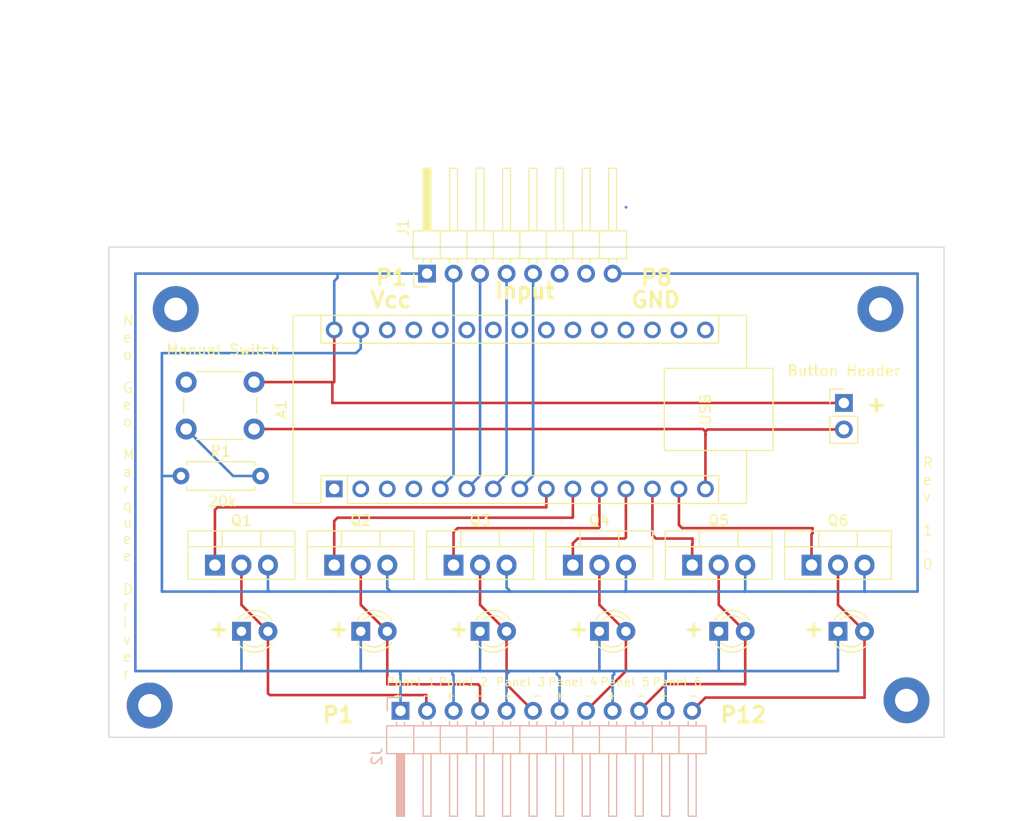
<source format=kicad_pcb>
(kicad_pcb (version 20241229) (generator "pcbnew") (generator_version "9.0")
  (layers (0 "F.Cu" signal) (2 "B.Cu" signal) (13 "F.Paste" user) (15 "B.Paste" user) (5 "F.SilkS" user "F.Silkscreen") (7 "B.SilkS" user "B.Silkscreen") (1 "F.Mask" user) (3 "B.Mask" user) (25 "Edge.Cuts" user))
  (net 0 "")
  (footprint "LED_THT:LED_D3.0mm" (layer "F.Cu") (at 100.33 93.98)
    (property "Reference" "D1" (hide yes))
    (property "Value" "LED_D3.0mm")
    (pad "1" thru_hole rect (at 0 0) (size 1.8 1.8) (drill 0.9) (layers "*.Cu" "*.Mask"))
    (pad "2" thru_hole circle (at 2.54 0) (size 1.8 1.8) (drill 0.9) (layers "*.Cu" "*.Mask"))
  )
  (footprint "MountingHole:MountingHole_2.2mm_M2_Pad" (layer "F.Cu") (at 94.04 63.09)
    (property "Reference" "REF**" (hide yes))
    (property "Value" "MountingHole_2.2mm_M2_Pad")
    (pad "1" thru_hole circle (at 0 0) (size 4.4 4.4) (drill 2.2) (layers "*.Cu" "*.Mask"))
  )
  (footprint "Resistor_THT:R_Axial_DIN0207_L6.3mm_D2.5mm_P7.62mm_Horizontal" (layer "F.Cu") (at 94.54 79.09)
    (property "Reference" "R1" (at 3.81 -2.37 0) (layer "F.SilkS"))
    (property "Value" "R_Axial_DIN0207_L6.3mm_D2.5mm_P7.62mm_Horizontal")
    (pad "1" thru_hole circle (at 0 0) (size 1.6 1.6) (drill 0.8) (layers "*.Cu" "*.Mask"))
    (pad "2" thru_hole oval (at 7.62 0) (size 1.6 1.6) (drill 0.8) (layers "*.Cu" "*.Mask"))
  )
  (footprint "LED_THT:LED_D3.0mm" (layer "F.Cu") (at 157.48 93.98)
    (property "Reference" "D6" (hide yes))
    (property "Value" "LED_D3.0mm")
    (pad "1" thru_hole rect (at 0 0) (size 1.8 1.8) (drill 0.9) (layers "*.Cu" "*.Mask"))
    (pad "2" thru_hole circle (at 2.54 0) (size 1.8 1.8) (drill 0.9) (layers "*.Cu" "*.Mask"))
  )
  (footprint "LED_THT:LED_D3.0mm" (layer "F.Cu") (at 146.05 93.98)
    (property "Reference" "D5" (hide yes))
    (property "Value" "LED_D3.0mm")
    (pad "1" thru_hole rect (at 0 0) (size 1.8 1.8) (drill 0.9) (layers "*.Cu" "*.Mask"))
    (pad "2" thru_hole circle (at 2.54 0) (size 1.8 1.8) (drill 0.9) (layers "*.Cu" "*.Mask"))
  )
  (footprint "Package_TO_SOT_THT:TO-220-3_Vertical" (layer "F.Cu") (at 154.94 87.63)
    (property "Reference" "Q6" (at 2.54 -4.27 0) (layer "F.SilkS"))
    (property "Value" "TO-220-3_Vertical")
    (pad "1" thru_hole rect (at 0 0) (size 1.905 2) (drill 1.1) (layers "*.Cu" "*.Mask"))
    (pad "2" thru_hole oval (at 2.54 0) (size 1.905 2) (drill 1.1) (layers "*.Cu" "*.Mask"))
    (pad "3" thru_hole oval (at 5.08 0) (size 1.905 2) (drill 1.1) (layers "*.Cu" "*.Mask"))
  )
  (footprint "Connector_PinHeader_2.54mm:PinHeader_1x02_P2.54mm_Vertical" (layer "F.Cu") (at 158.04 72.09)
    (property "Reference" "REF**" (hide yes))
    (property "Value" "PinHeader_1x02_P2.54mm_Vertical")
    (pad "1" thru_hole rect (at 0 0) (size 1.7 1.7) (drill 1) (layers "*.Cu" "*.Mask"))
    (pad "2" thru_hole oval (at 0 2.54) (size 1.7 1.7) (drill 1) (layers "*.Cu" "*.Mask"))
  )
  (footprint "Package_TO_SOT_THT:TO-220-3_Vertical" (layer "F.Cu") (at 109.22 87.63)
    (property "Reference" "Q2" (at 2.54 -4.27 0) (layer "F.SilkS"))
    (property "Value" "TO-220-3_Vertical")
    (pad "1" thru_hole rect (at 0 0) (size 1.905 2) (drill 1.1) (layers "*.Cu" "*.Mask"))
    (pad "2" thru_hole oval (at 2.54 0) (size 1.905 2) (drill 1.1) (layers "*.Cu" "*.Mask"))
    (pad "3" thru_hole oval (at 5.08 0) (size 1.905 2) (drill 1.1) (layers "*.Cu" "*.Mask"))
  )
  (footprint "MountingHole:MountingHole_2.2mm_M2_Pad" (layer "F.Cu") (at 91.54 101.09)
    (property "Reference" "REF**" (hide yes))
    (property "Value" "MountingHole_2.2mm_M2_Pad")
    (pad "1" thru_hole circle (at 0 0) (size 4.4 4.4) (drill 2.2) (layers "*.Cu" "*.Mask"))
  )
  (footprint "Button_Switch_THT:SW_PUSH_6mm_H5mm" (layer "F.Cu") (at 95.04 70.09)
    (property "Reference" "REF**" (hide yes))
    (property "Value" "SW_PUSH_6mm_H5mm")
    (pad "1" thru_hole circle (at 0 0 90) (size 2 2) (drill 1.1) (layers "*.Cu" "*.Mask"))
    (pad "1" thru_hole circle (at 6.5 0 90) (size 2 2) (drill 1.1) (layers "*.Cu" "*.Mask"))
    (pad "2" thru_hole circle (at 0 4.5 90) (size 2 2) (drill 1.1) (layers "*.Cu" "*.Mask"))
    (pad "2" thru_hole circle (at 6.5 4.5 90) (size 2 2) (drill 1.1) (layers "*.Cu" "*.Mask"))
  )
  (footprint "LED_THT:LED_D3.0mm" (layer "F.Cu") (at 134.62 93.98)
    (property "Reference" "D4" (hide yes))
    (property "Value" "LED_D3.0mm")
    (pad "1" thru_hole rect (at 0 0) (size 1.8 1.8) (drill 0.9) (layers "*.Cu" "*.Mask"))
    (pad "2" thru_hole circle (at 2.54 0) (size 1.8 1.8) (drill 0.9) (layers "*.Cu" "*.Mask"))
  )
  (footprint "LED_THT:LED_D3.0mm" (layer "F.Cu") (at 123.19 93.98)
    (property "Reference" "D3" (hide yes))
    (property "Value" "LED_D3.0mm")
    (pad "1" thru_hole rect (at 0 0) (size 1.8 1.8) (drill 0.9) (layers "*.Cu" "*.Mask"))
    (pad "2" thru_hole circle (at 2.54 0) (size 1.8 1.8) (drill 0.9) (layers "*.Cu" "*.Mask"))
  )
  (footprint "MountingHole:MountingHole_2.2mm_M2_Pad" (layer "F.Cu") (at 161.54 63.09)
    (property "Reference" "REF**" (hide yes))
    (property "Value" "MountingHole_2.2mm_M2_Pad")
    (pad "1" thru_hole circle (at 0 0) (size 4.4 4.4) (drill 2.2) (layers "*.Cu" "*.Mask"))
  )
  (footprint "Package_TO_SOT_THT:TO-220-3_Vertical" (layer "F.Cu") (at 143.51 87.63)
    (property "Reference" "Q5" (at 2.54 -4.27 0) (layer "F.SilkS"))
    (property "Value" "TO-220-3_Vertical")
    (pad "1" thru_hole rect (at 0 0) (size 1.905 2) (drill 1.1) (layers "*.Cu" "*.Mask"))
    (pad "2" thru_hole oval (at 2.54 0) (size 1.905 2) (drill 1.1) (layers "*.Cu" "*.Mask"))
    (pad "3" thru_hole oval (at 5.08 0) (size 1.905 2) (drill 1.1) (layers "*.Cu" "*.Mask"))
  )
  (footprint "Package_TO_SOT_THT:TO-220-3_Vertical" (layer "F.Cu") (at 132.08 87.63)
    (property "Reference" "Q4" (at 2.54 -4.27 0) (layer "F.SilkS"))
    (property "Value" "TO-220-3_Vertical")
    (pad "1" thru_hole rect (at 0 0) (size 1.905 2) (drill 1.1) (layers "*.Cu" "*.Mask"))
    (pad "2" thru_hole oval (at 2.54 0) (size 1.905 2) (drill 1.1) (layers "*.Cu" "*.Mask"))
    (pad "3" thru_hole oval (at 5.08 0) (size 1.905 2) (drill 1.1) (layers "*.Cu" "*.Mask"))
  )
  (footprint "Package_TO_SOT_THT:TO-220-3_Vertical" (layer "F.Cu") (at 120.65 87.63)
    (property "Reference" "Q3" (at 2.54 -4.27 0) (layer "F.SilkS"))
    (property "Value" "TO-220-3_Vertical")
    (pad "1" thru_hole rect (at 0 0) (size 1.905 2) (drill 1.1) (layers "*.Cu" "*.Mask"))
    (pad "2" thru_hole oval (at 2.54 0) (size 1.905 2) (drill 1.1) (layers "*.Cu" "*.Mask"))
    (pad "3" thru_hole oval (at 5.08 0) (size 1.905 2) (drill 1.1) (layers "*.Cu" "*.Mask"))
  )
  (footprint "Package_TO_SOT_THT:TO-220-3_Vertical" (layer "F.Cu") (at 97.79 87.63)
    (property "Reference" "Q1" (at 2.54 -4.27 0) (layer "F.SilkS"))
    (property "Value" "TO-220-3_Vertical")
    (pad "1" thru_hole rect (at 0 0) (size 1.905 2) (drill 1.1) (layers "*.Cu" "*.Mask"))
    (pad "2" thru_hole oval (at 2.54 0) (size 1.905 2) (drill 1.1) (layers "*.Cu" "*.Mask"))
    (pad "3" thru_hole oval (at 5.08 0) (size 1.905 2) (drill 1.1) (layers "*.Cu" "*.Mask"))
  )
  (footprint "Module:Arduino_Nano_WithMountingHoles" (layer "F.Cu") (at 109.22 80.33 90)
    (property "Reference" "A1" (at 7.62 -5.08 90) (layer "F.SilkS"))
    (property "Value" "Arduino_Nano_WithMountingHoles")
    (fp_text user "USB" (at 7.62 35.56 90) (layer "F.SilkS"))
    (pad "" np_thru_hole circle (at 0 -2.54 90) (size 1.78 1.78) (drill 1.78) (layers "*.Cu" "*.Mask"))
    (pad "" np_thru_hole circle (at 0 38.1 90) (size 1.78 1.78) (drill 1.78) (layers "*.Cu" "*.Mask"))
    (pad "" np_thru_hole circle (at 15.24 -2.54 90) (size 1.78 1.78) (drill 1.78) (layers "*.Cu" "*.Mask"))
    (pad "" np_thru_hole circle (at 15.24 38.1 90) (size 1.78 1.78) (drill 1.78) (layers "*.Cu" "*.Mask"))
    (pad "3V3 Out" thru_hole oval (at 15.24 33.02 90) (size 1.6 1.6) (drill 1) (layers "*.Cu" "*.Mask"))
    (pad "5V Out" thru_hole oval (at 15.24 7.62 90) (size 1.6 1.6) (drill 1) (layers "*.Cu" "*.Mask"))
    (pad "A0" thru_hole oval (at 15.24 27.94 90) (size 1.6 1.6) (drill 1) (layers "*.Cu" "*.Mask"))
    (pad "A1" thru_hole oval (at 15.24 25.4 90) (size 1.6 1.6) (drill 1) (layers "*.Cu" "*.Mask"))
    (pad "A2" thru_hole oval (at 15.24 22.86 90) (size 1.6 1.6) (drill 1) (layers "*.Cu" "*.Mask"))
    (pad "A3" thru_hole oval (at 15.24 20.32 90) (size 1.6 1.6) (drill 1) (layers "*.Cu" "*.Mask"))
    (pad "A4" thru_hole oval (at 15.24 17.78 90) (size 1.6 1.6) (drill 1) (layers "*.Cu" "*.Mask"))
    (pad "A5" thru_hole oval (at 15.24 15.24 90) (size 1.6 1.6) (drill 1) (layers "*.Cu" "*.Mask"))
    (pad "A6" thru_hole oval (at 15.24 12.7 90) (size 1.6 1.6) (drill 1) (layers "*.Cu" "*.Mask"))
    (pad "A7" thru_hole oval (at 15.24 10.16 90) (size 1.6 1.6) (drill 1) (layers "*.Cu" "*.Mask"))
    (pad "D2" thru_hole oval (at 0 10.16 90) (size 1.6 1.6) (drill 1) (layers "*.Cu" "*.Mask"))
    (pad "D3" thru_hole oval (at 0 12.7 90) (size 1.6 1.6) (drill 1) (layers "*.Cu" "*.Mask"))
    (pad "D4" thru_hole oval (at 0 15.24 90) (size 1.6 1.6) (drill 1) (layers "*.Cu" "*.Mask"))
    (pad "D5" thru_hole oval (at 0 17.78 90) (size 1.6 1.6) (drill 1) (layers "*.Cu" "*.Mask"))
    (pad "D6" thru_hole oval (at 0 20.32 90) (size 1.6 1.6) (drill 1) (layers "*.Cu" "*.Mask"))
    (pad "D7" thru_hole oval (at 0 22.86 90) (size 1.6 1.6) (drill 1) (layers "*.Cu" "*.Mask"))
    (pad "D8" thru_hole oval (at 0 25.4 90) (size 1.6 1.6) (drill 1) (layers "*.Cu" "*.Mask"))
    (pad "D9" thru_hole oval (at 0 27.94 90) (size 1.6 1.6) (drill 1) (layers "*.Cu" "*.Mask"))
    (pad "D10" thru_hole oval (at 0 30.48 90) (size 1.6 1.6) (drill 1) (layers "*.Cu" "*.Mask"))
    (pad "D11" thru_hole oval (at 0 33.02 90) (size 1.6 1.6) (drill 1) (layers "*.Cu" "*.Mask"))
    (pad "D12" thru_hole oval (at 0 35.56 90) (size 1.6 1.6) (drill 1) (layers "*.Cu" "*.Mask"))
    (pad "D13" thru_hole oval (at 15.24 35.56 90) (size 1.6 1.6) (drill 1) (layers "*.Cu" "*.Mask"))
    (pad "GND" thru_hole oval (at 0 7.62 90) (size 1.6 1.6) (drill 1) (layers "*.Cu" "*.Mask"))
    (pad "GND" thru_hole oval (at 15.24 2.54 90) (size 1.6 1.6) (drill 1) (layers "*.Cu" "*.Mask"))
    (pad "REF" thru_hole oval (at 15.24 30.48 90) (size 1.6 1.6) (drill 1) (layers "*.Cu" "*.Mask"))
    (pad "RST" thru_hole oval (at 0 5.08 90) (size 1.6 1.6) (drill 1) (layers "*.Cu" "*.Mask"))
    (pad "RST" thru_hole oval (at 15.24 5.08 90) (size 1.6 1.6) (drill 1) (layers "*.Cu" "*.Mask"))
    (pad "RX0" thru_hole oval (at 0 2.54 90) (size 1.6 1.6) (drill 1) (layers "*.Cu" "*.Mask"))
    (pad "TX1" thru_hole rect (at 0 0 90) (size 1.6 1.6) (drill 1) (layers "*.Cu" "*.Mask"))
    (pad "Vin" thru_hole oval (at 15.24 0 90) (size 1.6 1.6) (drill 1) (layers "*.Cu" "*.Mask"))
  )
  (footprint "Connector_PinHeader_2.54mm:PinHeader_1x08_P2.54mm_Horizontal" (layer "F.Cu") (at 118.11 59.69 90)
    (property "Reference" "J1" (at 4.385 -2.27 90) (layer "F.SilkS"))
    (property "Value" "PinHeader_1x08_P2.54mm_Horizontal")
    (pad "1" thru_hole rect (at 0 0 90) (size 1.7 1.7) (drill 1) (layers "*.Cu" "*.Mask"))
    (pad "2" thru_hole oval (at 0 2.54 90) (size 1.7 1.7) (drill 1) (layers "*.Cu" "*.Mask"))
    (pad "3" thru_hole oval (at 0 5.08 90) (size 1.7 1.7) (drill 1) (layers "*.Cu" "*.Mask"))
    (pad "4" thru_hole oval (at 0 7.62 90) (size 1.7 1.7) (drill 1) (layers "*.Cu" "*.Mask"))
    (pad "5" thru_hole oval (at 0 10.16 90) (size 1.7 1.7) (drill 1) (layers "*.Cu" "*.Mask"))
    (pad "6" thru_hole oval (at 0 12.7 90) (size 1.7 1.7) (drill 1) (layers "*.Cu" "*.Mask"))
    (pad "7" thru_hole oval (at 0 15.24 90) (size 1.7 1.7) (drill 1) (layers "*.Cu" "*.Mask"))
    (pad "8" thru_hole oval (at 0 17.78 90) (size 1.7 1.7) (drill 1) (layers "*.Cu" "*.Mask"))
  )
  (footprint "MountingHole:MountingHole_2.2mm_M2_Pad" (layer "F.Cu") (at 164.04 100.59)
    (property "Reference" "REF**" (hide yes))
    (property "Value" "MountingHole_2.2mm_M2_Pad")
    (pad "1" thru_hole circle (at 0 0) (size 4.4 4.4) (drill 2.2) (layers "*.Cu" "*.Mask"))
  )
  (footprint "LED_THT:LED_D3.0mm" (layer "F.Cu") (at 111.76 93.98)
    (property "Reference" "D2" (hide yes))
    (property "Value" "LED_D3.0mm")
    (pad "1" thru_hole rect (at 0 0) (size 1.8 1.8) (drill 0.9) (layers "*.Cu" "*.Mask"))
    (pad "2" thru_hole circle (at 2.54 0) (size 1.8 1.8) (drill 0.9) (layers "*.Cu" "*.Mask"))
  )
  (footprint "Connector_PinHeader_2.54mm:PinHeader_1x12_P2.54mm_Horizontal" (layer "B.Cu") (at 115.57 101.6 -90)
    (property "Reference" "J2" (at 4.385 2.27 90) (layer "B.SilkS") (effects (justify mirror)))
    (property "Value" "PinHeader_1x12_P2.54mm_Horizontal" (hide yes))
    (pad "1" thru_hole rect (at 0 0 270) (size 1.7 1.7) (drill 1) (layers "*.Cu" "*.Mask"))
    (pad "2" thru_hole oval (at 0 -2.54 270) (size 1.7 1.7) (drill 1) (layers "*.Cu" "*.Mask"))
    (pad "3" thru_hole oval (at 0 -5.08 270) (size 1.7 1.7) (drill 1) (layers "*.Cu" "*.Mask"))
    (pad "4" thru_hole oval (at 0 -7.62 270) (size 1.7 1.7) (drill 1) (layers "*.Cu" "*.Mask"))
    (pad "5" thru_hole oval (at 0 -10.16 270) (size 1.7 1.7) (drill 1) (layers "*.Cu" "*.Mask"))
    (pad "6" thru_hole oval (at 0 -12.7 270) (size 1.7 1.7) (drill 1) (layers "*.Cu" "*.Mask"))
    (pad "7" thru_hole oval (at 0 -15.24 270) (size 1.7 1.7) (drill 1) (layers "*.Cu" "*.Mask"))
    (pad "8" thru_hole oval (at 0 -17.78 270) (size 1.7 1.7) (drill 1) (layers "*.Cu" "*.Mask"))
    (pad "9" thru_hole oval (at 0 -20.32 270) (size 1.7 1.7) (drill 1) (layers "*.Cu" "*.Mask"))
    (pad "10" thru_hole oval (at 0 -22.86 270) (size 1.7 1.7) (drill 1) (layers "*.Cu" "*.Mask"))
    (pad "11" thru_hole oval (at 0 -25.4 270) (size 1.7 1.7) (drill 1) (layers "*.Cu" "*.Mask"))
    (pad "12" thru_hole oval (at 0 -27.94 270) (size 1.7 1.7) (drill 1) (layers "*.Cu" "*.Mask"))
  )
  (gr_rect (start 87.63 57.15) (end 167.64 104.14) (stroke (width 0.1)) (fill no) (layer "Edge.Cuts"))
  (gr_text " Panel 1\n  +   -" (at 113.54 100.59 0) (layer "F.SilkS") (effects (font (size 0.8 0.8) (thickness 0.1)) (justify left bottom)))
  (gr_text "20k" (at 97.04 82.09 0) (layer "F.SilkS") (effects (font (size 1 1)) (justify left bottom)))
  (gr_text " Panel 3\n  +   -" (at 124.04 100.59 0) (layer "F.SilkS") (effects (font (size 0.8 0.8) (thickness 0.1)) (justify left bottom)))
  (gr_text "+" (at 120.04 94.59 0) (layer "F.SilkS") (effects (font (size 1.5 1.5) (thickness 0.3) (bold yes)) (justify left bottom)))
  (gr_text "Input" (at 124.46 62.23 0) (layer "F.SilkS") (effects (font (size 1.5 1.5) (thickness 0.3) (bold yes)) (justify left bottom)))
  (gr_text "GND" (at 137.54 63.09 0) (layer "F.SilkS") (effects (font (size 1.5 1.5) (thickness 0.3) (bold yes)) (justify left bottom)))
  (gr_text " Panel 5\n  +   -" (at 134.04 100.59 0) (layer "F.SilkS") (effects (font (size 0.8 0.8) (thickness 0.1)) (justify left bottom)))
  (gr_text " Panel 4\n  +   -" (at 129.04 100.59 0) (layer "F.SilkS") (effects (font (size 0.8 0.8) (thickness 0.1)) (justify left bottom)))
  (gr_text "P1" (at 107.95 102.87 0) (layer "F.SilkS") (effects (font (size 1.5 1.5) (thickness 0.3) (bold yes)) (justify left bottom)))
  (gr_text "R\ne\nv\n\n1\n.\n0" (at 165.54 88.09 0) (layer "F.SilkS") (effects (font (size 1 1) (thickness 0.1)) (justify left bottom)))
  (gr_text " Panel 6\n  +   -" (at 139.04 100.59 0) (layer "F.SilkS") (effects (font (size 0.8 0.8) (thickness 0.1)) (justify left bottom)))
  (gr_text "P1" (at 113.03 60.96 0) (layer "F.SilkS") (effects (font (size 1.5 1.5) (thickness 0.3) (bold yes)) (justify left bottom)))
  (gr_text "P12" (at 146.05 102.87 0) (layer "F.SilkS") (effects (font (size 1.5 1.5) (thickness 0.3) (bold yes)) (justify left bottom)))
  (gr_text "Vcc" (at 112.54 63.09 0) (layer "F.SilkS") (effects (font (size 1.5 1.5) (thickness 0.3) (bold yes)) (justify left bottom)))
  (gr_text "+" (at 154.04 94.59 0) (layer "F.SilkS") (effects (font (size 1.5 1.5) (thickness 0.3) (bold yes)) (justify left bottom)))
  (gr_text " Panel 2\n  +   -" (at 118.54 100.59 0) (layer "F.SilkS") (effects (font (size 0.8 0.8) (thickness 0.1)) (justify left bottom)))
  (gr_text "Button Header" (at 152.54 69.59 0) (layer "F.SilkS") (effects (font (size 1 1)) (justify left bottom)))
  (gr_text "+" (at 108.54 94.59 0) (layer "F.SilkS") (effects (font (size 1.5 1.5) (thickness 0.3) (bold yes)) (justify left bottom)))
  (gr_text "+" (at 131.54 94.59 0) (layer "F.SilkS") (effects (font (size 1.5 1.5) (thickness 0.3) (bold yes)) (justify left bottom)))
  (gr_text "P8" (at 138.43 60.96 0) (layer "F.SilkS") (effects (font (size 1.5 1.5) (thickness 0.3) (bold yes)) (justify left bottom)))
  (gr_text "+" (at 97.04 94.59 0) (layer "F.SilkS") (effects (font (size 1.5 1.5) (thickness 0.3) (bold yes)) (justify left bottom)))
  (gr_text "Manual Switch" (at 93.04 67.59 0) (layer "F.SilkS") (effects (font (size 1 1)) (justify left bottom)))
  (gr_text "+" (at 160.04 73.09 0) (layer "F.SilkS") (effects (font (size 1.5 1.5) (thickness 0.3) (bold yes)) (justify left bottom)))
  (gr_text "+" (at 142.54 94.59 0) (layer "F.SilkS") (effects (font (size 1.5 1.5) (thickness 0.3) (bold yes)) (justify left bottom)))
  (gr_text "N\ne\no\n\nG\ne\no\n\nM\na\nr\nq\nu\ne\ne\n\nD\nr\ni\nv\ne\nr" (at 88.9 98.59 0) (layer "F.SilkS") (effects (font (size 1 1) (thickness 0.1)) (justify left bottom)))
  (segment (start 134.62 84.01) (end 134.54 84.09) (width 0.25) (layer "F.Cu") (net 0))
  (segment (start 109.04 70.09) (end 109.22 70.09) (width 0.25) (layer "F.Cu") (net 0))
  (segment (start 102.87 93.98) (end 102.87 99.92) (width 0.25) (layer "F.Cu") (net 0))
  (segment (start 158.04 72.09) (end 109.04 72.09) (width 0.25) (layer "F.Cu") (net 0))
  (segment (start 114.3 99.06) (end 123.01 99.06) (width 0.25) (layer "F.Cu") (net 0))
  (segment (start 111.76 87.63) (end 111.76 91.44) (width 0.25) (layer "F.Cu") (net 0))
  (segment (start 97.79 82.34) (end 97.79 87.63) (width 0.25) (layer "F.Cu") (net 0))
  (segment (start 132.54 85.09) (end 132.08 85.55) (width 0.25) (layer "F.Cu") (net 0))
  (segment (start 125.73 93.98) (end 125.73 99.06) (width 0.25) (layer "F.Cu") (net 0))
  (segment (start 157.48 91.44) (end 160.02 93.98) (width 0.25) (layer "F.Cu") (net 0))
  (segment (start 154.94 84.69) (end 154.94 87.63) (width 0.25) (layer "F.Cu") (net 0))
  (segment (start 100.33 87.63) (end 100.33 91.44) (width 0.25) (layer "F.Cu") (net 0))
  (segment (start 118.04 100.09) (end 118.04 101.53) (width 0.25) (layer "F.Cu") (net 0))
  (segment (start 102.87 99.92) (end 103.04 100.09) (width 0.25) (layer "F.Cu") (net 0))
  (segment (start 114.3 93.98) (end 114.3 99.06) (width 0.25) (layer "F.Cu") (net 0))
  (segment (start 109.22 70.09) (end 109.22 65.09) (width 0.25) (layer "F.Cu") (net 0))
  (segment (start 143.54 85.59) (end 143.51 85.62) (width 0.25) (layer "F.Cu") (net 0))
  (segment (start 123.19 99.24) (end 123.19 101.6) (width 0.25) (layer "F.Cu") (net 0))
  (segment (start 137.16 97.79) (end 133.35 101.6) (width 0.25) (layer "F.Cu") (net 0))
  (segment (start 125.73 99.06) (end 128.27 101.6) (width 0.25) (layer "F.Cu") (net 0))
  (segment (start 109.22 83.41) (end 109.22 87.63) (width 0.25) (layer "F.Cu") (net 0))
  (segment (start 111.76 91.44) (end 114.3 93.98) (width 0.25) (layer "F.Cu") (net 0))
  (segment (start 155.04 84.09) (end 155.04 84.59) (width 0.25) (layer "F.Cu") (net 0))
  (segment (start 140.04 85.09) (end 143.54 85.09) (width 0.25) (layer "F.Cu") (net 0))
  (segment (start 142.24 80.33) (end 142.24 83.79) (width 0.25) (layer "F.Cu") (net 0))
  (segment (start 132.04 83.09) (end 109.54 83.09) (width 0.25) (layer "F.Cu") (net 0))
  (segment (start 137.16 84.97) (end 137.04 85.09) (width 0.25) (layer "F.Cu") (net 0))
  (segment (start 134.62 87.63) (end 134.62 91.44) (width 0.25) (layer "F.Cu") (net 0))
  (segment (start 109.54 83.09) (end 109.22 83.41) (width 0.25) (layer "F.Cu") (net 0))
  (segment (start 121.04 84.09) (end 120.65 84.48) (width 0.25) (layer "F.Cu") (net 0))
  (segment (start 95.04 78.59) (end 94.54 79.09) (width 0.25) (layer "F.Cu") (net 0))
  (segment (start 148.59 99.04) (end 140.99 99.04) (width 0.25) (layer "F.Cu") (net 0))
  (segment (start 103.04 100.09) (end 118.04 100.09) (width 0.25) (layer "F.Cu") (net 0))
  (segment (start 143.51 85.62) (end 143.51 87.63) (width 0.25) (layer "F.Cu") (net 0))
  (segment (start 137.04 85.09) (end 132.54 85.09) (width 0.25) (layer "F.Cu") (net 0))
  (segment (start 144.78 74.83) (end 144.78 75.09) (width 0.25) (layer "F.Cu") (net 0))
  (segment (start 143.54 85.09) (end 143.54 85.59) (width 0.25) (layer "F.Cu") (net 0))
  (segment (start 157.48 87.63) (end 157.48 91.44) (width 0.25) (layer "F.Cu") (net 0))
  (segment (start 144.82 75.13) (end 144.78 75.09) (width 0.25) (layer "F.Cu") (net 0))
  (segment (start 132.08 85.55) (end 132.08 87.63) (width 0.25) (layer "F.Cu") (net 0))
  (segment (start 146.05 87.63) (end 146.05 91.44) (width 0.25) (layer "F.Cu") (net 0))
  (segment (start 129.54 82.09) (end 98.04 82.09) (width 0.25) (layer "F.Cu") (net 0))
  (segment (start 109.04 72.09) (end 109.04 70.09) (width 0.25) (layer "F.Cu") (net 0))
  (segment (start 144.54 74.59) (end 144.78 74.83) (width 0.25) (layer "F.Cu") (net 0))
  (segment (start 123.19 87.63) (end 123.19 91.44) (width 0.25) (layer "F.Cu") (net 0))
  (segment (start 144.78 100.33) (end 143.51 101.6) (width 0.25) (layer "F.Cu") (net 0))
  (segment (start 144.98 74.63) (end 144.78 74.83) (width 0.25) (layer "F.Cu") (net 0))
  (segment (start 101.54 74.59) (end 144.54 74.59) (width 0.25) (layer "F.Cu") (net 0))
  (segment (start 139.7 80.33) (end 139.7 84.75) (width 0.25) (layer "F.Cu") (net 0))
  (segment (start 98.04 82.09) (end 97.79 82.34) (width 0.25) (layer "F.Cu") (net 0))
  (segment (start 137.16 93.98) (end 137.16 97.79) (width 0.25) (layer "F.Cu") (net 0))
  (segment (start 144.78 75.09) (end 144.78 80.33) (width 0.25) (layer "F.Cu") (net 0))
  (segment (start 148.59 99.04) (end 148.59 99.06) (width 0.25) (layer "F.Cu") (net 0))
  (segment (start 123.19 91.44) (end 125.73 93.98) (width 0.25) (layer "F.Cu") (net 0))
  (segment (start 134.54 84.09) (end 121.04 84.09) (width 0.25) (layer "F.Cu") (net 0))
  (segment (start 132.08 83.05) (end 132.04 83.09) (width 0.25) (layer "F.Cu") (net 0))
  (segment (start 101.54 70.09) (end 109.04 70.09) (width 0.25) (layer "F.Cu") (net 0))
  (segment (start 137.16 80.33) (end 137.16 84.97) (width 0.25) (layer "F.Cu") (net 0))
  (segment (start 148.59 93.98) (end 148.59 99.04) (width 0.25) (layer "F.Cu") (net 0))
  (segment (start 139.7 84.75) (end 140.04 85.09) (width 0.25) (layer "F.Cu") (net 0))
  (segment (start 160.02 100.33) (end 144.78 100.33) (width 0.25) (layer "F.Cu") (net 0))
  (segment (start 123.01 99.06) (end 123.19 99.24) (width 0.25) (layer "F.Cu") (net 0))
  (segment (start 142.24 83.79) (end 142.54 84.09) (width 0.25) (layer "F.Cu") (net 0))
  (segment (start 146.05 91.44) (end 148.59 93.98) (width 0.25) (layer "F.Cu") (net 0))
  (segment (start 160.02 93.98) (end 160.02 100.33) (width 0.25) (layer "F.Cu") (net 0))
  (segment (start 120.65 84.48) (end 120.65 87.63) (width 0.25) (layer "F.Cu") (net 0))
  (segment (start 100.33 91.44) (end 102.87 93.98) (width 0.25) (layer "F.Cu") (net 0))
  (segment (start 140.99 99.04) (end 138.43 101.6) (width 0.25) (layer "F.Cu") (net 0))
  (segment (start 158.04 74.63) (end 144.98 74.63) (width 0.25) (layer "F.Cu") (net 0))
  (segment (start 134.62 80.33) (end 134.62 84.01) (width 0.25) (layer "F.Cu") (net 0))
  (segment (start 134.62 91.44) (end 137.16 93.98) (width 0.25) (layer "F.Cu") (net 0))
  (segment (start 132.08 80.33) (end 132.08 83.05) (width 0.25) (layer "F.Cu") (net 0))
  (segment (start 129.54 80.33) (end 129.54 82.09) (width 0.25) (layer "F.Cu") (net 0))
  (segment (start 118.04 101.53) (end 118.11 101.6) (width 0.25) (layer "F.Cu") (net 0))
  (segment (start 142.54 84.09) (end 155.04 84.09) (width 0.25) (layer "F.Cu") (net 0))
  (segment (start 155.04 84.59) (end 154.94 84.69) (width 0.25) (layer "F.Cu") (net 0))
  (segment (start 90.17 97.79) (end 99.06 97.79) (width 0.25) (layer "B.Cu") (net 0))
  (segment (start 97.79 90.17) (end 92.71 90.17) (width 0.25) (layer "B.Cu") (net 0))
  (segment (start 125.73 89.78) (end 125.73 87.63) (width 0.25) (layer "B.Cu") (net 0))
  (segment (start 138.43 97.79) (end 139.7 97.79) (width 0.25) (layer "B.Cu") (net 0))
  (segment (start 125.73 78.9) (end 124.62 80.01) (width 0.25) (layer "B.Cu") (net 0))
  (segment (start 114.3 97.79) (end 115.54 97.79) (width 0.25) (layer "B.Cu") (net 0))
  (segment (start 123.19 59.69) (end 123.19 79.06) (width 0.25) (layer "B.Cu") (net 0))
  (segment (start 126.04 90.17) (end 126.04 90.09) (width 0.25) (layer "B.Cu") (net 0))
  (segment (start 111.76 66.87) (end 111.76 65.09) (width 0.25) (layer "B.Cu") (net 0))
  (segment (start 123.19 97.79) (end 123.19 93.98) (width 0.25) (layer "B.Cu") (net 0))
  (segment (start 115.57 98.12) (end 115.57 101.6) (width 0.25) (layer "B.Cu") (net 0))
  (segment (start 97.79 90.17) (end 103.04 90.17) (width 0.25) (layer "B.Cu") (net 0))
  (segment (start 146.05 97.79) (end 157.48 97.79) (width 0.25) (layer "B.Cu") (net 0))
  (segment (start 143.51 97.79) (end 144.78 97.79) (width 0.25) (layer "B.Cu") (net 0))
  (segment (start 126.04 90.09) (end 125.73 89.78) (width 0.25) (layer "B.Cu") (net 0))
  (segment (start 137.04 90.17) (end 143.51 90.17) (width 0.25) (layer "B.Cu") (net 0))
  (segment (start 114.3 89.85) (end 114.3 87.63) (width 0.25) (layer "B.Cu") (net 0))
  (segment (start 125.73 59.69) (end 125.73 78.9) (width 0.25) (layer "B.Cu") (net 0))
  (segment (start 154.94 90.17) (end 160.04 90.17) (width 0.25) (layer "B.Cu") (net 0))
  (segment (start 133.35 97.79) (end 134.62 97.79) (width 0.25) (layer "B.Cu") (net 0))
  (segment (start 123.19 79.06) (end 121.92 80.33) (width 0.25) (layer "B.Cu") (net 0))
  (segment (start 124.62 80.01) (end 124.62 80.33) (width 0.25) (layer "B.Cu") (net 0))
  (segment (start 157.48 97.79) (end 157.48 93.98) (width 0.25) (layer "B.Cu") (net 0))
  (segment (start 137.16 53.34) (end 137.175 53.325) (width 0.25) (layer "B.Cu") (net 0))
  (segment (start 141.04 97.79) (end 140.97 97.86) (width 0.25) (layer "B.Cu") (net 0))
  (segment (start 132.08 90.17) (end 137.04 90.17) (width 0.25) (layer "B.Cu") (net 0))
  (segment (start 109.22 90.17) (end 114.54 90.17) (width 0.25) (layer "B.Cu") (net 0))
  (segment (start 120.54 98.09) (end 120.65 98.2) (width 0.25) (layer "B.Cu") (net 0))
  (segment (start 123.19 97.79) (end 124.46 97.79) (width 0.25) (layer "B.Cu") (net 0))
  (segment (start 160.02 90.15) (end 160.02 87.63) (width 0.25) (layer "B.Cu") (net 0))
  (segment (start 109.22 60.41) (end 109.22 65.09) (width 0.25) (layer "B.Cu") (net 0))
  (segment (start 114.54 90.09) (end 114.3 89.85) (width 0.25) (layer "B.Cu") (net 0))
  (segment (start 128.27 97.79) (end 129.54 97.79) (width 0.25) (layer "B.Cu") (net 0))
  (segment (start 136.04 97.79) (end 138.43 97.79) (width 0.25) (layer "B.Cu") (net 0))
  (segment (start 146.05 97.79) (end 146.05 93.98) (width 0.25) (layer "B.Cu") (net 0))
  (segment (start 102.87 90) (end 102.87 87.63) (width 0.25) (layer "B.Cu") (net 0))
  (segment (start 92.71 67.31) (end 111.32 67.31) (width 0.25) (layer "B.Cu") (net 0))
  (segment (start 109.54 59.69) (end 109.54 60.09) (width 0.25) (layer "B.Cu") (net 0))
  (segment (start 126.04 97.79) (end 128.27 97.79) (width 0.25) (layer "B.Cu") (net 0))
  (segment (start 95.04 74.59) (end 99.54 79.09) (width 0.25) (layer "B.Cu") (net 0))
  (segment (start 100.33 97.79) (end 100.33 93.98) (width 0.25) (layer "B.Cu") (net 0))
  (segment (start 130.54 98.09) (end 130.81 98.36) (width 0.25) (layer "B.Cu") (net 0))
  (segment (start 136.04 98.09) (end 135.89 98.24) (width 0.25) (layer "B.Cu") (net 0))
  (segment (start 124.46 97.79) (end 126.04 97.79) (width 0.25) (layer "B.Cu") (net 0))
  (segment (start 92.71 79.09) (end 92.71 74.59) (width 0.25) (layer "B.Cu") (net 0))
  (segment (start 109.54 60.09) (end 109.22 60.41) (width 0.25) (layer "B.Cu") (net 0))
  (segment (start 103.04 90.17) (end 109.22 90.17) (width 0.25) (layer "B.Cu") (net 0))
  (segment (start 120.65 78.98) (end 119.54 80.09) (width 0.25) (layer "B.Cu") (net 0))
  (segment (start 165.1 90.17) (end 165.1 59.69) (width 0.25) (layer "B.Cu") (net 0))
  (segment (start 111.32 67.31) (end 111.76 66.87) (width 0.25) (layer "B.Cu") (net 0))
  (segment (start 120.65 90.17) (end 126.04 90.17) (width 0.25) (layer "B.Cu") (net 0))
  (segment (start 135.89 98.24) (end 135.89 101.6) (width 0.25) (layer "B.Cu") (net 0))
  (segment (start 120.65 59.69) (end 120.65 78.98) (width 0.25) (layer "B.Cu") (net 0))
  (segment (start 134.62 97.79) (end 134.62 93.98) (width 0.25) (layer "B.Cu") (net 0))
  (segment (start 128.27 59.69) (end 128.27 79.06) (width 0.25) (layer "B.Cu") (net 0))
  (segment (start 109.54 59.69) (end 90.17 59.69) (width 0.25) (layer "B.Cu") (net 0))
  (segment (start 110.49 59.69) (end 118.11 59.69) (width 0.25) (layer "B.Cu") (net 0))
  (segment (start 90.17 59.69) (end 90.17 97.79) (width 0.25) (layer "B.Cu") (net 0))
  (segment (start 136.04 97.79) (end 136.04 98.09) (width 0.25) (layer "B.Cu") (net 0))
  (segment (start 128.27 79.06) (end 127 80.33) (width 0.25) (layer "B.Cu") (net 0))
  (segment (start 141.04 97.79) (end 143.51 97.79) (width 0.25) (layer "B.Cu") (net 0))
  (segment (start 160.04 90.17) (end 160.02 90.15) (width 0.25) (layer "B.Cu") (net 0))
  (segment (start 99.54 79.09) (end 102.16 79.09) (width 0.25) (layer "B.Cu") (net 0))
  (segment (start 130.81 98.36) (end 130.81 101.6) (width 0.25) (layer "B.Cu") (net 0))
  (segment (start 148.54 90.17) (end 149.04 90.17) (width 0.25) (layer "B.Cu") (net 0))
  (segment (start 92.71 90.17) (end 92.71 79.09) (width 0.25) (layer "B.Cu") (net 0))
  (segment (start 144.78 97.79) (end 146.05 97.79) (width 0.25) (layer "B.Cu") (net 0))
  (segment (start 137.16 90.05) (end 137.16 87.63) (width 0.25) (layer "B.Cu") (net 0))
  (segment (start 114.54 90.17) (end 114.54 90.09) (width 0.25) (layer "B.Cu") (net 0))
  (segment (start 148.59 90.12) (end 148.59 87.63) (width 0.25) (layer "B.Cu") (net 0))
  (segment (start 120.65 98.2) (end 120.65 101.6) (width 0.25) (layer "B.Cu") (net 0))
  (segment (start 110.49 97.79) (end 111.76 97.79) (width 0.25) (layer "B.Cu") (net 0))
  (segment (start 111.76 97.79) (end 111.76 93.98) (width 0.25) (layer "B.Cu") (net 0))
  (segment (start 140.97 97.86) (end 140.97 101.6) (width 0.25) (layer "B.Cu") (net 0))
  (segment (start 103.04 90.17) (end 102.87 90) (width 0.25) (layer "B.Cu") (net 0))
  (segment (start 118.11 97.79) (end 119.38 97.79) (width 0.25) (layer "B.Cu") (net 0))
  (segment (start 99.06 97.79) (end 100.33 97.79) (width 0.25) (layer "B.Cu") (net 0))
  (segment (start 121.92 97.79) (end 123.19 97.79) (width 0.25) (layer "B.Cu") (net 0))
  (segment (start 100.33 97.79) (end 110.49 97.79) (width 0.25) (layer "B.Cu") (net 0))
  (segment (start 120.54 97.79) (end 121.92 97.79) (width 0.25) (layer "B.Cu") (net 0))
  (segment (start 119.54 80.09) (end 119.54 80.33) (width 0.25) (layer "B.Cu") (net 0))
  (segment (start 131.04 97.79) (end 133.35 97.79) (width 0.25) (layer "B.Cu") (net 0))
  (segment (start 110.49 59.69) (end 109.54 59.69) (width 0.25) (layer "B.Cu") (net 0))
  (segment (start 160.04 90.17) (end 165.1 90.17) (width 0.25) (layer "B.Cu") (net 0))
  (segment (start 111.76 97.79) (end 114.3 97.79) (width 0.25) (layer "B.Cu") (net 0))
  (segment (start 115.54 97.79) (end 118.11 97.79) (width 0.25) (layer "B.Cu") (net 0))
  (segment (start 92.71 74.59) (end 92.71 67.31) (width 0.25) (layer "B.Cu") (net 0))
  (segment (start 120.54 97.79) (end 120.54 98.09) (width 0.25) (layer "B.Cu") (net 0))
  (segment (start 149.04 90.17) (end 154.94 90.17) (width 0.25) (layer "B.Cu") (net 0))
  (segment (start 129.54 97.79) (end 130.54 97.79) (width 0.25) (layer "B.Cu") (net 0))
  (segment (start 137.04 90.17) (end 137.16 90.05) (width 0.25) (layer "B.Cu") (net 0))
  (segment (start 126.04 97.79) (end 125.73 98.1) (width 0.25) (layer "B.Cu") (net 0))
  (segment (start 125.73 98.1) (end 125.73 101.6) (width 0.25) (layer "B.Cu") (net 0))
  (segment (start 114.54 90.17) (end 120.65 90.17) (width 0.25) (layer "B.Cu") (net 0))
  (segment (start 134.62 97.79) (end 136.04 97.79) (width 0.25) (layer "B.Cu") (net 0))
  (segment (start 130.54 97.79) (end 130.54 98.09) (width 0.25) (layer "B.Cu") (net 0))
  (segment (start 139.7 97.79) (end 141.04 97.79) (width 0.25) (layer "B.Cu") (net 0))
  (segment (start 130.54 97.79) (end 131.04 97.79) (width 0.25) (layer "B.Cu") (net 0))
  (segment (start 148.54 90.17) (end 148.59 90.12) (width 0.25) (layer "B.Cu") (net 0))
  (segment (start 115.54 98.09) (end 115.57 98.12) (width 0.25) (layer "B.Cu") (net 0))
  (segment (start 94.54 79.09) (end 92.71 79.09) (width 0.25) (layer "B.Cu") (net 0))
  (segment (start 165.1 59.69) (end 135.89 59.69) (width 0.25) (layer "B.Cu") (net 0))
  (segment (start 126.04 90.17) (end 132.08 90.17) (width 0.25) (layer "B.Cu") (net 0))
  (segment (start 115.54 97.79) (end 115.54 98.09) (width 0.25) (layer "B.Cu") (net 0))
  (segment (start 143.51 90.17) (end 148.54 90.17) (width 0.25) (layer "B.Cu") (net 0))
  (segment (start 119.38 97.79) (end 120.54 97.79) (width 0.25) (layer "B.Cu") (net 0))
)
</source>
